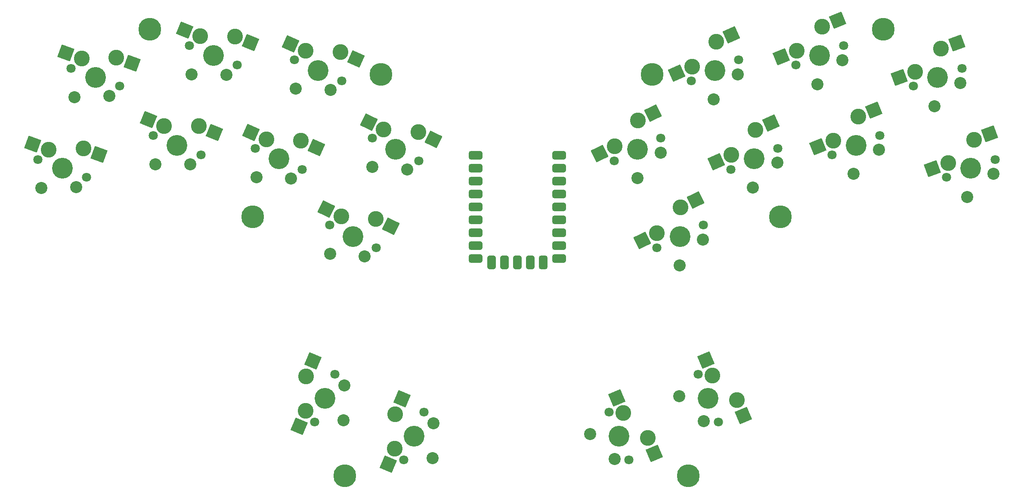
<source format=gbs>
G04 #@! TF.GenerationSoftware,KiCad,Pcbnew,9.0.0*
G04 #@! TF.CreationDate,2025-03-22T22:46:10+01:00*
G04 #@! TF.ProjectId,chouchou_mx,63686f75-6368-46f7-955f-6d782e6b6963,v1.0.0*
G04 #@! TF.SameCoordinates,Original*
G04 #@! TF.FileFunction,Soldermask,Bot*
G04 #@! TF.FilePolarity,Negative*
%FSLAX46Y46*%
G04 Gerber Fmt 4.6, Leading zero omitted, Abs format (unit mm)*
G04 Created by KiCad (PCBNEW 9.0.0) date 2025-03-22 22:46:10*
%MOMM*%
%LPD*%
G01*
G04 APERTURE LIST*
G04 Aperture macros list*
%AMRoundRect*
0 Rectangle with rounded corners*
0 $1 Rounding radius*
0 $2 $3 $4 $5 $6 $7 $8 $9 X,Y pos of 4 corners*
0 Add a 4 corners polygon primitive as box body*
4,1,4,$2,$3,$4,$5,$6,$7,$8,$9,$2,$3,0*
0 Add four circle primitives for the rounded corners*
1,1,$1+$1,$2,$3*
1,1,$1+$1,$4,$5*
1,1,$1+$1,$6,$7*
1,1,$1+$1,$8,$9*
0 Add four rect primitives between the rounded corners*
20,1,$1+$1,$2,$3,$4,$5,0*
20,1,$1+$1,$4,$5,$6,$7,0*
20,1,$1+$1,$6,$7,$8,$9,0*
20,1,$1+$1,$8,$9,$2,$3,0*%
G04 Aperture macros list end*
%ADD10C,1.801800*%
%ADD11C,3.100000*%
%ADD12C,4.087800*%
%ADD13RoundRect,0.050000X-0.656350X-1.660521X1.673191X-0.623343X0.656350X1.660521X-1.673191X0.623343X0*%
%ADD14C,0.800000*%
%ADD15C,4.500000*%
%ADD16RoundRect,0.050000X-0.713901X-1.636603X1.650418X-0.681356X0.713901X1.636603X-1.650418X0.681356X0*%
%ADD17RoundRect,0.050000X0.652449X-1.662058X1.648813X0.685230X-0.652449X1.662058X-1.648813X-0.685230X0*%
%ADD18RoundRect,0.050000X-1.673191X-0.623343X0.656350X-1.660521X1.673191X0.623343X-0.656350X1.660521X0*%
%ADD19C,2.386000*%
%ADD20RoundRect,0.050000X-1.693926X-0.564569X0.597998X-1.682416X1.693926X0.564569X-0.597998X1.682416X0*%
%ADD21RoundRect,0.050000X-0.597998X-1.682416X1.693926X-0.564569X0.597998X1.682416X-1.693926X0.564569X0*%
%ADD22RoundRect,0.050000X-1.625633X-0.738540X0.770583X-1.610691X1.625633X0.738540X-0.770583X1.610691X0*%
%ADD23RoundRect,0.050000X-1.648813X0.685230X-0.652449X-1.662058X1.648813X-0.685230X0.652449X1.662058X0*%
%ADD24RoundRect,0.050000X-1.650418X-0.681356X0.713901X-1.636603X1.650418X0.681356X-0.713901X1.636603X0*%
%ADD25RoundRect,0.050000X-0.770583X-1.610691X1.625633X-0.738540X0.770583X1.610691X-1.625633X0.738540X0*%
%ADD26RoundRect,0.425000X-0.925000X-0.425000X0.925000X-0.425000X0.925000X0.425000X-0.925000X0.425000X0*%
%ADD27RoundRect,0.425050X-0.924950X-0.425050X0.924950X-0.425050X0.924950X0.425050X-0.924950X0.425050X0*%
%ADD28RoundRect,0.425000X-0.425000X-0.925000X0.425000X-0.925000X0.425000X0.925000X-0.425000X0.925000X0*%
%ADD29RoundRect,0.418700X-0.418700X-0.931300X0.418700X-0.931300X0.418700X0.931300X-0.418700X0.931300X0*%
G04 APERTURE END LIST*
D10*
X246600289Y-117685122D03*
D11*
X246727381Y-114848161D03*
D12*
X251241100Y-115618900D03*
D11*
X251495283Y-109944978D03*
D10*
X255881911Y-113552678D03*
D13*
X243735519Y-116180224D03*
X254511810Y-108601934D03*
D14*
X138497107Y-106971967D03*
X139350280Y-106040892D03*
X138552192Y-108233620D03*
X140611933Y-105985807D03*
D15*
X140047600Y-107536300D03*
D14*
X139483267Y-109086793D03*
X141543008Y-106838980D03*
X140744920Y-109031708D03*
X141598093Y-108100633D03*
D10*
X274278806Y-132237301D03*
D11*
X274504829Y-129406504D03*
D12*
X278988900Y-130334300D03*
D11*
X279440945Y-124672705D03*
D10*
X283698994Y-128431299D03*
D16*
X271468302Y-130633341D03*
X282502507Y-123435754D03*
D10*
X172544886Y-184806465D03*
D11*
X170703032Y-182644966D03*
D12*
X174529800Y-180130300D03*
D11*
X170846092Y-175807304D03*
D10*
X176514714Y-175454135D03*
D17*
X169423388Y-185659620D03*
X172136288Y-172767797D03*
D10*
X168558189Y-113552678D03*
D11*
X170751503Y-111748828D03*
D12*
X173199000Y-115618900D03*
D11*
X177585628Y-112011200D03*
D10*
X177839811Y-117685122D03*
D18*
X167759642Y-110416765D03*
X180602155Y-113354245D03*
D10*
X134171039Y-118726262D03*
D12*
X129397400Y-116988800D03*
D10*
X124623761Y-115251338D03*
D19*
X125273117Y-120893707D03*
X132108898Y-120678716D03*
D10*
X183841626Y-128933075D03*
D11*
X186096557Y-127206869D03*
D12*
X188407500Y-131160000D03*
D11*
X192917362Y-127707589D03*
D10*
X192973374Y-133386925D03*
D20*
X183153007Y-125771204D03*
X195885180Y-129155090D03*
D10*
X239817626Y-150508925D03*
D11*
X239845632Y-147669257D03*
D12*
X244383500Y-148282000D03*
D11*
X244439511Y-142602664D03*
D10*
X248949374Y-146055075D03*
D21*
X236902081Y-149104923D03*
X247407329Y-141155162D03*
D10*
X254348589Y-135088222D03*
D11*
X254475681Y-132251261D03*
D12*
X258989400Y-133022000D03*
D11*
X259243583Y-127348078D03*
D10*
X263630211Y-130955778D03*
D13*
X251483819Y-133583324D03*
X262260110Y-126005034D03*
D10*
X251895114Y-184806465D03*
D12*
X249910200Y-180130300D03*
D10*
X247925286Y-175454135D03*
D19*
X244241578Y-179777132D03*
X249060803Y-184629881D03*
D10*
X263630211Y-130955778D03*
D12*
X258989400Y-133022000D03*
D10*
X254348589Y-135088222D03*
D19*
X258735217Y-138695922D03*
X263503119Y-133792739D03*
D14*
X262576450Y-145135215D03*
X262543393Y-143872793D03*
X263492493Y-146004507D03*
X263412685Y-142956750D03*
D15*
X264083800Y-144464100D03*
D14*
X264754915Y-145971450D03*
X264675107Y-142923693D03*
X265624207Y-145055407D03*
X265591150Y-143792985D03*
D10*
X255881911Y-113552678D03*
D12*
X251241100Y-115618900D03*
D10*
X246600289Y-117685122D03*
D19*
X250986917Y-121292822D03*
X255754819Y-116389639D03*
D10*
X170091411Y-135088222D03*
D12*
X165450600Y-133022000D03*
D10*
X160809789Y-130955778D03*
D19*
X161063972Y-136629700D03*
X167898097Y-136892072D03*
D10*
X283698994Y-128431299D03*
D12*
X278988900Y-130334300D03*
D10*
X274278806Y-132237301D03*
D19*
X278536855Y-135995895D03*
X283472971Y-131262096D03*
D10*
X124623761Y-115251338D03*
D11*
X126685902Y-113298884D03*
D12*
X129397400Y-116988800D03*
D11*
X133521683Y-113083893D03*
D10*
X134171039Y-118726262D03*
D22*
X123608409Y-112178768D03*
X136624547Y-114213243D03*
D14*
X184028390Y-115672988D03*
X183951295Y-116933486D03*
X184974214Y-114836195D03*
X186234712Y-114913290D03*
D15*
X185511400Y-116396300D03*
D14*
X184788088Y-117879310D03*
X186048586Y-117956405D03*
X187071505Y-115859114D03*
X186994410Y-117119612D03*
D10*
X118108261Y-133152438D03*
D11*
X120170402Y-131199984D03*
D12*
X122881900Y-134889900D03*
D11*
X127006183Y-130984993D03*
D10*
X127655539Y-136627362D03*
D22*
X117092909Y-130079868D03*
X130109047Y-132114343D03*
D10*
X247925286Y-175454135D03*
D11*
X250759597Y-175630719D03*
D12*
X249910200Y-180130300D03*
D11*
X255578822Y-180483468D03*
D10*
X251895114Y-184806465D03*
D23*
X249479952Y-172616066D03*
X256869016Y-183522975D03*
D10*
X176514714Y-175454135D03*
D12*
X174529800Y-180130300D03*
D10*
X172544886Y-184806465D03*
D19*
X178213508Y-184453296D03*
X178356568Y-177615634D03*
D10*
X140741006Y-128431299D03*
D11*
X142870030Y-126552002D03*
D12*
X145451100Y-130334300D03*
D11*
X149709148Y-126575707D03*
D10*
X150161194Y-132237301D03*
D24*
X139833503Y-125325165D03*
X152770710Y-127812658D03*
D10*
X157297494Y-114574501D03*
D12*
X152587400Y-112671500D03*
D10*
X147877306Y-110768499D03*
D19*
X148329352Y-116430093D03*
X155168470Y-116453798D03*
D10*
X276562694Y-110768499D03*
D12*
X271852600Y-112671500D03*
D10*
X267142506Y-114574501D03*
D19*
X271400555Y-118333095D03*
X276336671Y-113599296D03*
D10*
X127655539Y-136627362D03*
D12*
X122881900Y-134889900D03*
D10*
X118108261Y-133152438D03*
D19*
X118757617Y-138794807D03*
X125593398Y-138579816D03*
D10*
X177839811Y-117685122D03*
D12*
X173199000Y-115618900D03*
D10*
X168558189Y-113552678D03*
D19*
X168812372Y-119226600D03*
X175646497Y-119488972D03*
D10*
X290268961Y-118726262D03*
D11*
X290593640Y-115905077D03*
D12*
X295042600Y-116988800D03*
D11*
X295691957Y-111346430D03*
D10*
X299816239Y-115251338D03*
D25*
X287516148Y-117025193D03*
X298794822Y-110217080D03*
D10*
X306331739Y-133152438D03*
D12*
X301558100Y-134889900D03*
D10*
X296784461Y-136627362D03*
D19*
X300908743Y-140532270D03*
X306007060Y-135973623D03*
D10*
X190080586Y-192249865D03*
D11*
X188238732Y-190088366D03*
D12*
X192065500Y-187573700D03*
D11*
X188381792Y-183250704D03*
D10*
X194050414Y-182897535D03*
D17*
X186959088Y-193103020D03*
X189671988Y-180211197D03*
D26*
X220600000Y-132300000D03*
X220600000Y-132300000D03*
X220600000Y-134840000D03*
X220600000Y-134840000D03*
X220600000Y-137380000D03*
X220600000Y-137380000D03*
X220600000Y-139920000D03*
X220600000Y-139920000D03*
X220600000Y-142460000D03*
X220600000Y-142460000D03*
D27*
X220600000Y-145000000D03*
X220600000Y-145000000D03*
X220600000Y-147540000D03*
X220600000Y-147540000D03*
X220600000Y-150080000D03*
X220600000Y-150080000D03*
X220600000Y-152620000D03*
X220600000Y-152620000D03*
D28*
X217460000Y-153430000D03*
X217460000Y-153430000D03*
D29*
X214920000Y-153430000D03*
X214920000Y-153430000D03*
X212380000Y-153430000D03*
X212380000Y-153430000D03*
X209840000Y-153430000D03*
X209840000Y-153430000D03*
X207300000Y-153430000D03*
X207300000Y-153430000D03*
D27*
X204160000Y-152620000D03*
X204160000Y-152620000D03*
X204160000Y-150080000D03*
X204160000Y-150080000D03*
X204160000Y-147540000D03*
X204160000Y-147540000D03*
X204160000Y-145000000D03*
X204160000Y-145000000D03*
X204160000Y-132300000D03*
X204160000Y-132300000D03*
X204160000Y-134840000D03*
X204160000Y-134840000D03*
X204160000Y-137380000D03*
X204160000Y-137380000D03*
X204160000Y-142460000D03*
X204160000Y-142460000D03*
X204160000Y-139920000D03*
X204160000Y-139920000D03*
D10*
X194050414Y-182897535D03*
D12*
X192065500Y-187573700D03*
D10*
X190080586Y-192249865D03*
D19*
X195749208Y-191896696D03*
X195892268Y-185059034D03*
D14*
X177758994Y-196900133D03*
X176873847Y-195999401D03*
X179021801Y-196911153D03*
X176884867Y-194736594D03*
D15*
X178403700Y-195381300D03*
D14*
X179922533Y-196026006D03*
X177785599Y-193851447D03*
X179933553Y-194763199D03*
X179048406Y-193862467D03*
X158848850Y-143792985D03*
X159764893Y-142923693D03*
X158815793Y-145055407D03*
X161027315Y-142956750D03*
D15*
X160356200Y-144464100D03*
D14*
X159685085Y-145971450D03*
X161896607Y-143872793D03*
X160947507Y-146004507D03*
X161863550Y-145135215D03*
X237445590Y-117119612D03*
X237368495Y-115859114D03*
X238391414Y-117956405D03*
X238205288Y-114913290D03*
D15*
X238928600Y-116396300D03*
D14*
X239651912Y-117879310D03*
X239465786Y-114836195D03*
X240488705Y-116933486D03*
X240411610Y-115672988D03*
D10*
X184622374Y-150508925D03*
D12*
X180056500Y-148282000D03*
D10*
X175490626Y-146055075D03*
D19*
X175546638Y-151734411D03*
X182367443Y-152235131D03*
D10*
X248949374Y-146055075D03*
D12*
X244383500Y-148282000D03*
D10*
X239817626Y-150508925D03*
D19*
X244327489Y-153961336D03*
X248921368Y-148894743D03*
D10*
X192973374Y-133386925D03*
D12*
X188407500Y-131160000D03*
D10*
X183841626Y-128933075D03*
D19*
X183897638Y-134612411D03*
X190718443Y-135113131D03*
D10*
X240598374Y-128933075D03*
D12*
X236032500Y-131160000D03*
D10*
X231466626Y-133386925D03*
D19*
X235976489Y-136839336D03*
X240570368Y-131772743D03*
D10*
X234359514Y-192249865D03*
D12*
X232374600Y-187573700D03*
D10*
X230389686Y-182897535D03*
D19*
X226705978Y-187220532D03*
X231525203Y-192073281D03*
D10*
X299816239Y-115251338D03*
D12*
X295042600Y-116988800D03*
D10*
X290268961Y-118726262D03*
D19*
X294393243Y-122631170D03*
X299491560Y-118072523D03*
D10*
X160809789Y-130955778D03*
D11*
X163003103Y-129151928D03*
D12*
X165450600Y-133022000D03*
D11*
X169837228Y-129414300D03*
D10*
X170091411Y-135088222D03*
D18*
X160011242Y-127819865D03*
X172853755Y-130757345D03*
D10*
X147877306Y-110768499D03*
D11*
X150006330Y-108889202D03*
D12*
X152587400Y-112671500D03*
D11*
X156845448Y-108912907D03*
D10*
X157297494Y-114574501D03*
D24*
X146969803Y-107662365D03*
X159907010Y-110149858D03*
D10*
X175490626Y-146055075D03*
D11*
X177745557Y-144328869D03*
D12*
X180056500Y-148282000D03*
D11*
X184566362Y-144829589D03*
D10*
X184622374Y-150508925D03*
D20*
X174802007Y-142893204D03*
X187534180Y-146277090D03*
D10*
X231466626Y-133386925D03*
D11*
X231494632Y-130547257D03*
D12*
X236032500Y-131160000D03*
D11*
X236088511Y-125480664D03*
D10*
X240598374Y-128933075D03*
D21*
X228551081Y-131982923D03*
X239056329Y-124033162D03*
D14*
X282841907Y-108100633D03*
X282896992Y-106838980D03*
X283695080Y-109031708D03*
X283828067Y-105985807D03*
D15*
X284392400Y-107536300D03*
D14*
X284956733Y-109086793D03*
X285089720Y-106040892D03*
X285887808Y-108233620D03*
X285942893Y-106971967D03*
X245391594Y-193862467D03*
X246654401Y-193851447D03*
X244506447Y-194763199D03*
X247555133Y-194736594D03*
D15*
X246036300Y-195381300D03*
D14*
X244517467Y-196026006D03*
X247566153Y-195999401D03*
X245418199Y-196911153D03*
X246681006Y-196900133D03*
D10*
X150161194Y-132237301D03*
D12*
X145451100Y-130334300D03*
D10*
X140741006Y-128431299D03*
D19*
X141193052Y-134092893D03*
X148032170Y-134116598D03*
D10*
X296784461Y-136627362D03*
D11*
X297109140Y-133806177D03*
D12*
X301558100Y-134889900D03*
D11*
X302207457Y-129247530D03*
D10*
X306331739Y-133152438D03*
D25*
X294031648Y-134926293D03*
X305310322Y-128118180D03*
D10*
X267142506Y-114574501D03*
D11*
X267368529Y-111743704D03*
D12*
X271852600Y-112671500D03*
D11*
X272304645Y-107009905D03*
D10*
X276562694Y-110768499D03*
D16*
X264332002Y-112970541D03*
X275366207Y-105772954D03*
D10*
X230389686Y-182897535D03*
D11*
X233223997Y-183074119D03*
D12*
X232374600Y-187573700D03*
D11*
X238043222Y-187926868D03*
D10*
X234359514Y-192249865D03*
D23*
X231944352Y-180059466D03*
X239333416Y-190966375D03*
M02*

</source>
